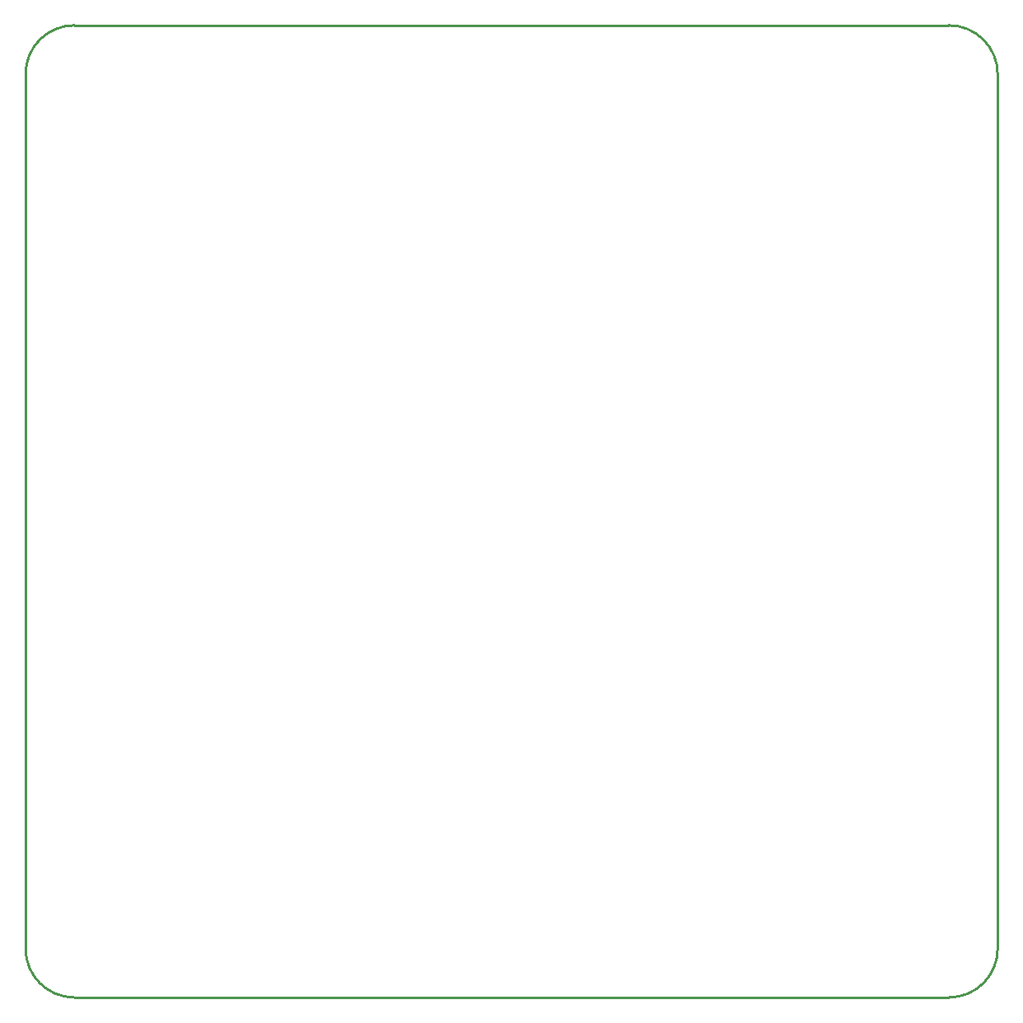
<source format=gko>
G04 Layer: BoardOutlineLayer*
G04 EasyEDA v6.5.20, 2023-09-04 03:46:31*
G04 a67cddfb3fce44daa9051d46cbbcc19f,10*
G04 Gerber Generator version 0.2*
G04 Scale: 100 percent, Rotated: No, Reflected: No *
G04 Dimensions in millimeters *
G04 leading zeros omitted , absolute positions ,4 integer and 5 decimal *
%FSLAX45Y45*%
%MOMM*%

%ADD10C,0.2540*%
D10*
X0Y500001D02*
G01*
X0Y9499996D01*
X500001Y9999997D02*
G01*
X9499996Y9999997D01*
X9499996Y0D02*
G01*
X500001Y0D01*
X9999997Y9499996D02*
G01*
X9999997Y500001D01*
G75*
G01*
X0Y9499999D02*
G02*
X499999Y10000000I499999J2D01*
G75*
G01*
X10000000Y499999D02*
G02*
X9499999Y0I-499999J0D01*
G75*
G01*
X9499999Y10000000D02*
G02*
X10000000Y9499999I2J-499999D01*
G75*
G01*
X499999Y0D02*
G02*
X0Y499999I0J499999D01*

%LPD*%
M02*

</source>
